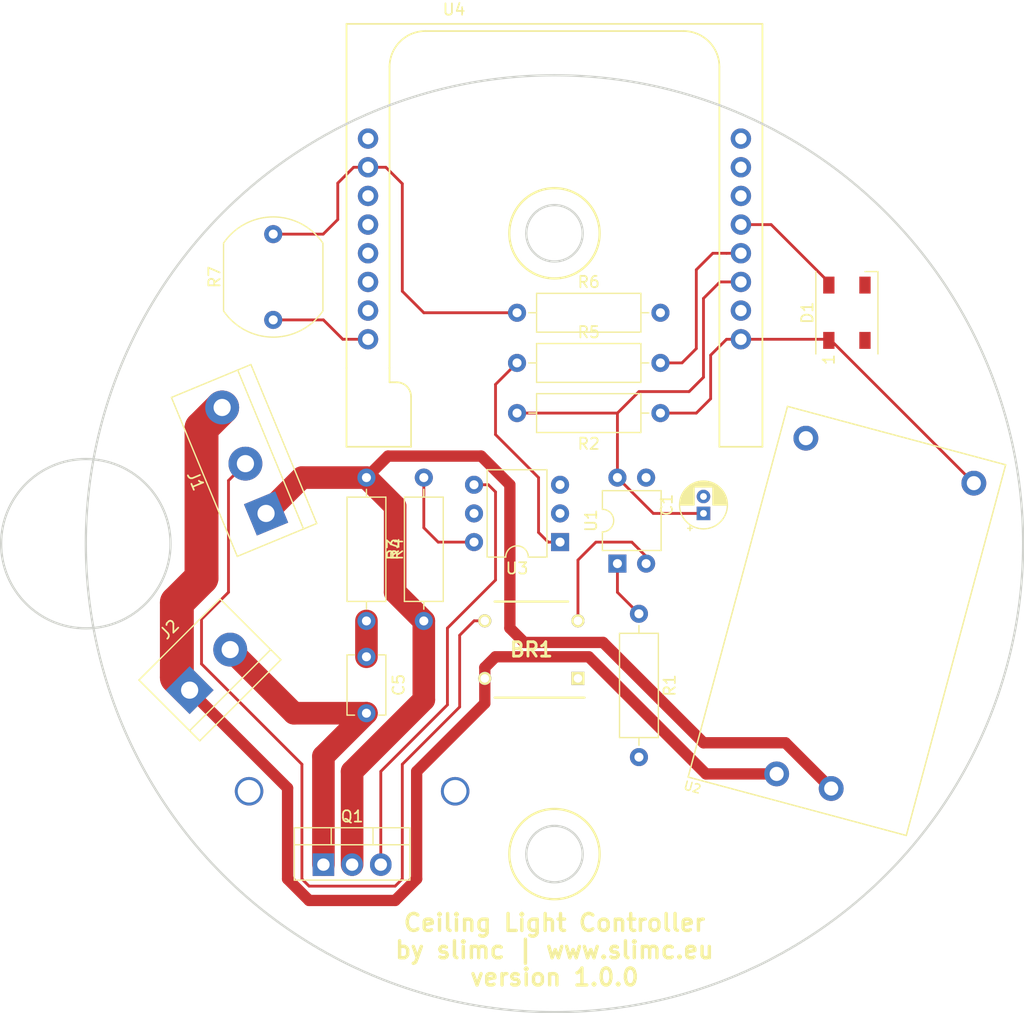
<source format=kicad_pcb>
(kicad_pcb (version 20171130) (host pcbnew 5.0.0+dfsg1-2)

  (general
    (thickness 1.6)
    (drawings 7)
    (tracks 121)
    (zones 0)
    (modules 18)
    (nets 31)
  )

  (page A4)
  (title_block
    (date 2019-05-25)
  )

  (layers
    (0 F.Cu signal)
    (31 B.Cu signal)
    (32 B.Adhes user)
    (33 F.Adhes user)
    (34 B.Paste user)
    (35 F.Paste user)
    (36 B.SilkS user)
    (37 F.SilkS user)
    (38 B.Mask user)
    (39 F.Mask user)
    (40 Dwgs.User user)
    (41 Cmts.User user)
    (42 Eco1.User user)
    (43 Eco2.User user)
    (44 Edge.Cuts user)
    (45 Margin user)
    (46 B.CrtYd user)
    (47 F.CrtYd user)
    (48 B.Fab user)
    (49 F.Fab user)
  )

  (setup
    (last_trace_width 0.25)
    (trace_clearance 0.2)
    (zone_clearance 0.508)
    (zone_45_only no)
    (trace_min 0.2)
    (segment_width 0.2)
    (edge_width 0.2)
    (via_size 0.8)
    (via_drill 0.4)
    (via_min_size 0.4)
    (via_min_drill 0.3)
    (uvia_size 0.3)
    (uvia_drill 0.1)
    (uvias_allowed no)
    (uvia_min_size 0.2)
    (uvia_min_drill 0.1)
    (pcb_text_width 0.3)
    (pcb_text_size 1.5 1.5)
    (mod_edge_width 0.15)
    (mod_text_size 1 1)
    (mod_text_width 0.15)
    (pad_size 3 3)
    (pad_drill 1.52)
    (pad_to_mask_clearance 0)
    (aux_axis_origin 0 0)
    (visible_elements FFFFFF7F)
    (pcbplotparams
      (layerselection 0x010fc_ffffffff)
      (usegerberextensions false)
      (usegerberattributes false)
      (usegerberadvancedattributes false)
      (creategerberjobfile false)
      (excludeedgelayer true)
      (linewidth 0.100000)
      (plotframeref false)
      (viasonmask false)
      (mode 1)
      (useauxorigin false)
      (hpglpennumber 1)
      (hpglpenspeed 20)
      (hpglpendiameter 15.000000)
      (psnegative false)
      (psa4output false)
      (plotreference true)
      (plotvalue true)
      (plotinvisibletext false)
      (padsonsilk false)
      (subtractmaskfromsilk false)
      (outputformat 1)
      (mirror false)
      (drillshape 1)
      (scaleselection 1)
      (outputdirectory ""))
  )

  (net 0 "")
  (net 1 GND)
  (net 2 "Net-(C1-Pad1)")
  (net 3 "Net-(C5-Pad1)")
  (net 4 "Net-(Q1-Pad3)")
  (net 5 "Net-(R1-Pad1)")
  (net 6 "Net-(R3-Pad2)")
  (net 7 "Net-(R5-Pad1)")
  (net 8 "Net-(R5-Pad2)")
  (net 9 "Net-(U3-Pad5)")
  (net 10 "Net-(U3-Pad3)")
  (net 11 "Net-(U4-Pad15)")
  (net 12 "Net-(U4-Pad14)")
  (net 13 "Net-(U4-Pad13)")
  (net 14 "Net-(U4-Pad12)")
  (net 15 "Net-(U4-Pad11)")
  (net 16 "Net-(U4-Pad6)")
  (net 17 "Net-(U4-Pad7)")
  (net 18 "Net-(U4-Pad9)")
  (net 19 "Net-(U4-Pad8)")
  (net 20 "Net-(BR1-Pad1)")
  (net 21 "Net-(BR1-Pad2)")
  (net 22 "Net-(C5-Pad2)")
  (net 23 "Net-(J1-Pad1)")
  (net 24 "Net-(BR1-Pad3)")
  (net 25 "Net-(BR1-Pad4)")
  (net 26 "Net-(D1-Pad1)")
  (net 27 "Net-(D1-Pad4)")
  (net 28 "Net-(R6-Pad1)")
  (net 29 "Net-(D1-Pad2)")
  (net 30 "Net-(R7-Pad1)")

  (net_class Default "This is the default net class."
    (clearance 0.2)
    (trace_width 0.25)
    (via_dia 0.8)
    (via_drill 0.4)
    (uvia_dia 0.3)
    (uvia_drill 0.1)
    (add_net GND)
    (add_net "Net-(BR1-Pad1)")
    (add_net "Net-(BR1-Pad2)")
    (add_net "Net-(BR1-Pad3)")
    (add_net "Net-(BR1-Pad4)")
    (add_net "Net-(C1-Pad1)")
    (add_net "Net-(C5-Pad1)")
    (add_net "Net-(C5-Pad2)")
    (add_net "Net-(D1-Pad1)")
    (add_net "Net-(D1-Pad2)")
    (add_net "Net-(D1-Pad4)")
    (add_net "Net-(J1-Pad1)")
    (add_net "Net-(Q1-Pad3)")
    (add_net "Net-(R1-Pad1)")
    (add_net "Net-(R3-Pad2)")
    (add_net "Net-(R5-Pad1)")
    (add_net "Net-(R5-Pad2)")
    (add_net "Net-(R6-Pad1)")
    (add_net "Net-(R7-Pad1)")
    (add_net "Net-(U3-Pad3)")
    (add_net "Net-(U3-Pad5)")
    (add_net "Net-(U4-Pad11)")
    (add_net "Net-(U4-Pad12)")
    (add_net "Net-(U4-Pad13)")
    (add_net "Net-(U4-Pad14)")
    (add_net "Net-(U4-Pad15)")
    (add_net "Net-(U4-Pad6)")
    (add_net "Net-(U4-Pad7)")
    (add_net "Net-(U4-Pad8)")
    (add_net "Net-(U4-Pad9)")
  )

  (module Package_DIP:DIP-6_W7.62mm (layer F.Cu) (tedit 5A02E8C5) (tstamp 5CE9D740)
    (at 147.32 98.425 180)
    (descr "6-lead though-hole mounted DIP package, row spacing 7.62 mm (300 mils)")
    (tags "THT DIP DIL PDIP 2.54mm 7.62mm 300mil")
    (path /5CD39FB5)
    (fp_text reference U3 (at 3.81 -2.33 180) (layer F.SilkS)
      (effects (font (size 1 1) (thickness 0.15)))
    )
    (fp_text value MOC3021M (at 3.81 7.41 180) (layer F.Fab)
      (effects (font (size 1 1) (thickness 0.15)))
    )
    (fp_text user %R (at 3.81 2.54 180) (layer F.Fab)
      (effects (font (size 1 1) (thickness 0.15)))
    )
    (fp_line (start 8.7 -1.55) (end -1.1 -1.55) (layer F.CrtYd) (width 0.05))
    (fp_line (start 8.7 6.6) (end 8.7 -1.55) (layer F.CrtYd) (width 0.05))
    (fp_line (start -1.1 6.6) (end 8.7 6.6) (layer F.CrtYd) (width 0.05))
    (fp_line (start -1.1 -1.55) (end -1.1 6.6) (layer F.CrtYd) (width 0.05))
    (fp_line (start 6.46 -1.33) (end 4.81 -1.33) (layer F.SilkS) (width 0.12))
    (fp_line (start 6.46 6.41) (end 6.46 -1.33) (layer F.SilkS) (width 0.12))
    (fp_line (start 1.16 6.41) (end 6.46 6.41) (layer F.SilkS) (width 0.12))
    (fp_line (start 1.16 -1.33) (end 1.16 6.41) (layer F.SilkS) (width 0.12))
    (fp_line (start 2.81 -1.33) (end 1.16 -1.33) (layer F.SilkS) (width 0.12))
    (fp_line (start 0.635 -0.27) (end 1.635 -1.27) (layer F.Fab) (width 0.1))
    (fp_line (start 0.635 6.35) (end 0.635 -0.27) (layer F.Fab) (width 0.1))
    (fp_line (start 6.985 6.35) (end 0.635 6.35) (layer F.Fab) (width 0.1))
    (fp_line (start 6.985 -1.27) (end 6.985 6.35) (layer F.Fab) (width 0.1))
    (fp_line (start 1.635 -1.27) (end 6.985 -1.27) (layer F.Fab) (width 0.1))
    (fp_arc (start 3.81 -1.33) (end 2.81 -1.33) (angle -180) (layer F.SilkS) (width 0.12))
    (pad 6 thru_hole oval (at 7.62 0 180) (size 1.6 1.6) (drill 0.8) (layers *.Cu *.Mask)
      (net 6 "Net-(R3-Pad2)"))
    (pad 3 thru_hole oval (at 0 5.08 180) (size 1.6 1.6) (drill 0.8) (layers *.Cu *.Mask)
      (net 10 "Net-(U3-Pad3)"))
    (pad 5 thru_hole oval (at 7.62 2.54 180) (size 1.6 1.6) (drill 0.8) (layers *.Cu *.Mask)
      (net 9 "Net-(U3-Pad5)"))
    (pad 2 thru_hole oval (at 0 2.54 180) (size 1.6 1.6) (drill 0.8) (layers *.Cu *.Mask)
      (net 1 GND))
    (pad 4 thru_hole oval (at 7.62 5.08 180) (size 1.6 1.6) (drill 0.8) (layers *.Cu *.Mask)
      (net 4 "Net-(Q1-Pad3)"))
    (pad 1 thru_hole rect (at 0 0 180) (size 1.6 1.6) (drill 0.8) (layers *.Cu *.Mask)
      (net 7 "Net-(R5-Pad1)"))
    (model ${KISYS3DMOD}/Package_DIP.3dshapes/DIP-6_W7.62mm.wrl
      (at (xyz 0 0 0))
      (scale (xyz 1 1 1))
      (rotate (xyz 0 0 0))
    )
  )

  (module DB107-BP:DIP825W56P510L828H330Q4N locked (layer F.Cu) (tedit 5CE970C5) (tstamp 5D0D9114)
    (at 144.78 107.95 180)
    (descr DB-1)
    (tags "Bridge Rectifier")
    (path /5CE9FEBA)
    (fp_text reference BR1 (at 0 0 180) (layer F.SilkS)
      (effects (font (size 1.27 1.27) (thickness 0.254)))
    )
    (fp_text value DB107-BP (at 0 0 180) (layer F.SilkS) hide
      (effects (font (size 1.27 1.27) (thickness 0.254)))
    )
    (fp_line (start -5.28 -4.505) (end 5.28 -4.505) (layer Dwgs.User) (width 0.05))
    (fp_line (start 5.28 -4.505) (end 5.28 4.505) (layer Dwgs.User) (width 0.05))
    (fp_line (start 5.28 4.505) (end -5.28 4.505) (layer Dwgs.User) (width 0.05))
    (fp_line (start -5.28 4.505) (end -5.28 -4.505) (layer Dwgs.User) (width 0.05))
    (fp_line (start -3.25 -4.255) (end 3.25 -4.255) (layer Dwgs.User) (width 0.1))
    (fp_line (start 3.25 -4.255) (end 3.25 4.255) (layer Dwgs.User) (width 0.1))
    (fp_line (start 3.25 4.255) (end -3.25 4.255) (layer Dwgs.User) (width 0.1))
    (fp_line (start -3.25 4.255) (end -3.25 -4.255) (layer Dwgs.User) (width 0.1))
    (fp_line (start -3.25 -1.705) (end -0.7 -4.255) (layer Dwgs.User) (width 0.1))
    (fp_line (start -4.705 -4.255) (end 3.25 -4.255) (layer F.SilkS) (width 0.2))
    (fp_line (start -3.25 4.255) (end 3.25 4.255) (layer F.SilkS) (width 0.2))
    (pad 1 thru_hole rect (at -4.125 -2.55 270) (size 1.16 1.16) (drill 0.76) (layers *.Cu *.Mask F.SilkS)
      (net 20 "Net-(BR1-Pad1)"))
    (pad 2 thru_hole circle (at -4.125 2.55 270) (size 1.16 1.16) (drill 0.76) (layers *.Cu *.Mask F.SilkS)
      (net 21 "Net-(BR1-Pad2)"))
    (pad 3 thru_hole circle (at 4.125 2.55 270) (size 1.16 1.16) (drill 0.76) (layers *.Cu *.Mask F.SilkS)
      (net 24 "Net-(BR1-Pad3)"))
    (pad 4 thru_hole circle (at 4.125 -2.55 270) (size 1.16 1.16) (drill 0.76) (layers *.Cu *.Mask F.SilkS)
      (net 25 "Net-(BR1-Pad4)"))
  )

  (module LED_SMD:LED_WS2812B_PLCC4_5.0x5.0mm_P3.2mm (layer F.Cu) (tedit 5AA4B285) (tstamp 5D0D6C55)
    (at 172.72 78.105 90)
    (descr https://cdn-shop.adafruit.com/datasheets/WS2812B.pdf)
    (tags "LED RGB NeoPixel")
    (path /5CE9D0F3)
    (attr smd)
    (fp_text reference D1 (at 0 -3.5 90) (layer F.SilkS)
      (effects (font (size 1 1) (thickness 0.15)))
    )
    (fp_text value WS2812B (at 0 4 90) (layer F.Fab)
      (effects (font (size 1 1) (thickness 0.15)))
    )
    (fp_text user 1 (at -4.15 -1.6 90) (layer F.SilkS)
      (effects (font (size 1 1) (thickness 0.15)))
    )
    (fp_text user %R (at 0 0 90) (layer F.Fab)
      (effects (font (size 0.8 0.8) (thickness 0.15)))
    )
    (fp_line (start 3.45 -2.75) (end -3.45 -2.75) (layer F.CrtYd) (width 0.05))
    (fp_line (start 3.45 2.75) (end 3.45 -2.75) (layer F.CrtYd) (width 0.05))
    (fp_line (start -3.45 2.75) (end 3.45 2.75) (layer F.CrtYd) (width 0.05))
    (fp_line (start -3.45 -2.75) (end -3.45 2.75) (layer F.CrtYd) (width 0.05))
    (fp_line (start 2.5 1.5) (end 1.5 2.5) (layer F.Fab) (width 0.1))
    (fp_line (start -2.5 -2.5) (end -2.5 2.5) (layer F.Fab) (width 0.1))
    (fp_line (start -2.5 2.5) (end 2.5 2.5) (layer F.Fab) (width 0.1))
    (fp_line (start 2.5 2.5) (end 2.5 -2.5) (layer F.Fab) (width 0.1))
    (fp_line (start 2.5 -2.5) (end -2.5 -2.5) (layer F.Fab) (width 0.1))
    (fp_line (start -3.65 -2.75) (end 3.65 -2.75) (layer F.SilkS) (width 0.12))
    (fp_line (start -3.65 2.75) (end 3.65 2.75) (layer F.SilkS) (width 0.12))
    (fp_line (start 3.65 2.75) (end 3.65 1.6) (layer F.SilkS) (width 0.12))
    (fp_circle (center 0 0) (end 0 -2) (layer F.Fab) (width 0.1))
    (pad 3 smd rect (at 2.45 1.6 90) (size 1.5 1) (layers F.Cu F.Paste F.Mask)
      (net 1 GND))
    (pad 4 smd rect (at 2.45 -1.6 90) (size 1.5 1) (layers F.Cu F.Paste F.Mask)
      (net 27 "Net-(D1-Pad4)"))
    (pad 2 smd rect (at -2.45 1.6 90) (size 1.5 1) (layers F.Cu F.Paste F.Mask)
      (net 29 "Net-(D1-Pad2)"))
    (pad 1 smd rect (at -2.45 -1.6 90) (size 1.5 1) (layers F.Cu F.Paste F.Mask)
      (net 26 "Net-(D1-Pad1)"))
    (model ${KISYS3DMOD}/LED_SMD.3dshapes/LED_WS2812B_PLCC4_5.0x5.0mm_P3.2mm.wrl
      (at (xyz 0 0 0))
      (scale (xyz 1 1 1))
      (rotate (xyz 0 0 0))
    )
  )

  (module OptoDevice:R_LDR_10x8.5mm_P7.6mm_Vertical (layer F.Cu) (tedit 5A6C6585) (tstamp 5D0D6C3E)
    (at 121.92 78.74 90)
    (descr "Resistor, LDR 10x8.5mm")
    (tags "Resistor LDR10.8.5mm")
    (path /5CEB527C)
    (fp_text reference R7 (at 3.8 -5.2 90) (layer F.SilkS)
      (effects (font (size 1 1) (thickness 0.15)))
    )
    (fp_text value LDR03 (at 3.7 5.2 90) (layer F.Fab)
      (effects (font (size 1 1) (thickness 0.15)))
    )
    (fp_text user %R (at 3.8 0 90) (layer F.Fab)
      (effects (font (size 1 1) (thickness 0.15)))
    )
    (fp_line (start 0.8 4.4) (end 6.8 4.4) (layer F.SilkS) (width 0.12))
    (fp_line (start 0.8 -4.4) (end 6.8 -4.4) (layer F.SilkS) (width 0.12))
    (fp_line (start 2.9 -1.8) (end 4.7 -1.8) (layer F.Fab) (width 0.1))
    (fp_line (start 4.7 -1.8) (end 4.7 -1.2) (layer F.Fab) (width 0.1))
    (fp_line (start 4.7 -1.2) (end 2.9 -1.2) (layer F.Fab) (width 0.1))
    (fp_line (start 2.9 -1.2) (end 2.9 -0.6) (layer F.Fab) (width 0.1))
    (fp_line (start 2.9 -0.6) (end 4.7 -0.6) (layer F.Fab) (width 0.1))
    (fp_line (start 4.7 -0.6) (end 4.7 0) (layer F.Fab) (width 0.1))
    (fp_line (start 4.7 0) (end 2.9 0) (layer F.Fab) (width 0.1))
    (fp_line (start 2.9 0) (end 2.9 0.6) (layer F.Fab) (width 0.1))
    (fp_line (start 2.9 0.6) (end 4.7 0.6) (layer F.Fab) (width 0.1))
    (fp_line (start 4.7 0.6) (end 4.7 1.2) (layer F.Fab) (width 0.1))
    (fp_line (start 4.7 1.2) (end 2.9 1.2) (layer F.Fab) (width 0.1))
    (fp_line (start 2.9 1.2) (end 2.9 1.8) (layer F.Fab) (width 0.1))
    (fp_line (start 2.9 1.8) (end 4.7 1.8) (layer F.Fab) (width 0.1))
    (fp_line (start 6.8 4.25) (end 0.8 4.25) (layer F.Fab) (width 0.1))
    (fp_line (start 0.8 -4.25) (end 6.8 -4.25) (layer F.Fab) (width 0.1))
    (fp_line (start -1.65 -4.5) (end 9.25 -4.5) (layer F.CrtYd) (width 0.05))
    (fp_line (start -1.65 -4.5) (end -1.65 4.5) (layer F.CrtYd) (width 0.05))
    (fp_line (start 9.25 4.5) (end 9.25 -4.5) (layer F.CrtYd) (width 0.05))
    (fp_line (start 9.25 4.5) (end -1.65 4.5) (layer F.CrtYd) (width 0.05))
    (fp_arc (start 3.8 0) (end 0.8 4.4) (angle 111) (layer F.SilkS) (width 0.12))
    (fp_arc (start 3.8 0) (end 6.8 -4.4) (angle 111) (layer F.SilkS) (width 0.12))
    (fp_arc (start 3.8 0) (end 6.8 -4.25) (angle 109) (layer F.Fab) (width 0.1))
    (fp_arc (start 3.8 0) (end 0.8 4.25) (angle 109) (layer F.Fab) (width 0.1))
    (pad 1 thru_hole circle (at 0 0 90) (size 1.6 1.6) (drill 0.8) (layers *.Cu *.Mask)
      (net 30 "Net-(R7-Pad1)"))
    (pad 2 thru_hole circle (at 7.6 0 90) (size 1.6 1.6) (drill 0.8) (layers *.Cu *.Mask)
      (net 28 "Net-(R6-Pad1)"))
    (model ${KISYS3DMOD}/OptoDevice.3dshapes/R_LDR_10x8.5mm_P7.6mm_Vertical.wrl
      (at (xyz 0 0 0))
      (scale (xyz 1 1 1))
      (rotate (xyz 0 0 0))
    )
  )

  (module Resistor_THT:R_Axial_DIN0309_L9.0mm_D3.2mm_P12.70mm_Horizontal (layer F.Cu) (tedit 5AE5139B) (tstamp 5D0D6B7C)
    (at 143.51 78.105)
    (descr "Resistor, Axial_DIN0309 series, Axial, Horizontal, pin pitch=12.7mm, 0.5W = 1/2W, length*diameter=9*3.2mm^2, http://cdn-reichelt.de/documents/datenblatt/B400/1_4W%23YAG.pdf")
    (tags "Resistor Axial_DIN0309 series Axial Horizontal pin pitch 12.7mm 0.5W = 1/2W length 9mm diameter 3.2mm")
    (path /5CEA8896)
    (fp_text reference R6 (at 6.35 -2.72) (layer F.SilkS)
      (effects (font (size 1 1) (thickness 0.15)))
    )
    (fp_text value 10000 (at 6.35 2.72) (layer F.Fab)
      (effects (font (size 1 1) (thickness 0.15)))
    )
    (fp_line (start 1.85 -1.6) (end 1.85 1.6) (layer F.Fab) (width 0.1))
    (fp_line (start 1.85 1.6) (end 10.85 1.6) (layer F.Fab) (width 0.1))
    (fp_line (start 10.85 1.6) (end 10.85 -1.6) (layer F.Fab) (width 0.1))
    (fp_line (start 10.85 -1.6) (end 1.85 -1.6) (layer F.Fab) (width 0.1))
    (fp_line (start 0 0) (end 1.85 0) (layer F.Fab) (width 0.1))
    (fp_line (start 12.7 0) (end 10.85 0) (layer F.Fab) (width 0.1))
    (fp_line (start 1.73 -1.72) (end 1.73 1.72) (layer F.SilkS) (width 0.12))
    (fp_line (start 1.73 1.72) (end 10.97 1.72) (layer F.SilkS) (width 0.12))
    (fp_line (start 10.97 1.72) (end 10.97 -1.72) (layer F.SilkS) (width 0.12))
    (fp_line (start 10.97 -1.72) (end 1.73 -1.72) (layer F.SilkS) (width 0.12))
    (fp_line (start 1.04 0) (end 1.73 0) (layer F.SilkS) (width 0.12))
    (fp_line (start 11.66 0) (end 10.97 0) (layer F.SilkS) (width 0.12))
    (fp_line (start -1.05 -1.85) (end -1.05 1.85) (layer F.CrtYd) (width 0.05))
    (fp_line (start -1.05 1.85) (end 13.75 1.85) (layer F.CrtYd) (width 0.05))
    (fp_line (start 13.75 1.85) (end 13.75 -1.85) (layer F.CrtYd) (width 0.05))
    (fp_line (start 13.75 -1.85) (end -1.05 -1.85) (layer F.CrtYd) (width 0.05))
    (fp_text user %R (at 6.35 0) (layer F.Fab)
      (effects (font (size 1 1) (thickness 0.15)))
    )
    (pad 1 thru_hole circle (at 0 0) (size 1.6 1.6) (drill 0.8) (layers *.Cu *.Mask)
      (net 28 "Net-(R6-Pad1)"))
    (pad 2 thru_hole oval (at 12.7 0) (size 1.6 1.6) (drill 0.8) (layers *.Cu *.Mask)
      (net 1 GND))
    (model ${KISYS3DMOD}/Resistor_THT.3dshapes/R_Axial_DIN0309_L9.0mm_D3.2mm_P12.70mm_Horizontal.wrl
      (at (xyz 0 0 0))
      (scale (xyz 1 1 1))
      (rotate (xyz 0 0 0))
    )
  )

  (module slimc:TO-220-3_Vertical_Triode_Heatsink locked (layer F.Cu) (tedit 5CE9CC8B) (tstamp 5D0D5B90)
    (at 126.365 127)
    (descr "TO-220-3, Vertical, RM 2.54mm, see https://www.vishay.com/docs/66542/to-220-1.pdf")
    (tags "TO-220-3 Vertical RM 2.54mm")
    (path /5CD37C89)
    (fp_text reference Q1 (at 2.54 -4.27) (layer F.SilkS)
      (effects (font (size 1 1) (thickness 0.15)))
    )
    (fp_text value BT136-500 (at 2.54 2.5) (layer F.Fab)
      (effects (font (size 1 1) (thickness 0.15)))
    )
    (fp_line (start -2.46 -3.15) (end -2.46 1.25) (layer F.Fab) (width 0.1))
    (fp_line (start -2.46 1.25) (end 7.54 1.25) (layer F.Fab) (width 0.1))
    (fp_line (start 7.54 1.25) (end 7.54 -3.15) (layer F.Fab) (width 0.1))
    (fp_line (start 7.54 -3.15) (end -2.46 -3.15) (layer F.Fab) (width 0.1))
    (fp_line (start -2.46 -1.88) (end 7.54 -1.88) (layer F.Fab) (width 0.1))
    (fp_line (start 0.69 -3.15) (end 0.69 -1.88) (layer F.Fab) (width 0.1))
    (fp_line (start 4.39 -3.15) (end 4.39 -1.88) (layer F.Fab) (width 0.1))
    (fp_line (start -2.58 -3.27) (end 7.66 -3.27) (layer F.SilkS) (width 0.12))
    (fp_line (start -2.58 1.371) (end 7.66 1.371) (layer F.SilkS) (width 0.12))
    (fp_line (start -2.58 -3.27) (end -2.58 1.371) (layer F.SilkS) (width 0.12))
    (fp_line (start 7.66 -3.27) (end 7.66 1.371) (layer F.SilkS) (width 0.12))
    (fp_line (start -2.58 -1.76) (end 7.66 -1.76) (layer F.SilkS) (width 0.12))
    (fp_line (start 0.69 -3.27) (end 0.69 -1.76) (layer F.SilkS) (width 0.12))
    (fp_line (start 4.391 -3.27) (end 4.391 -1.76) (layer F.SilkS) (width 0.12))
    (fp_line (start -2.71 -3.4) (end -2.71 1.51) (layer F.CrtYd) (width 0.05))
    (fp_line (start -2.71 1.51) (end 7.79 1.51) (layer F.CrtYd) (width 0.05))
    (fp_line (start 7.79 1.51) (end 7.79 -3.4) (layer F.CrtYd) (width 0.05))
    (fp_line (start 7.79 -3.4) (end -2.71 -3.4) (layer F.CrtYd) (width 0.05))
    (fp_text user %R (at 2.54 -4.27) (layer F.Fab)
      (effects (font (size 1 1) (thickness 0.15)))
    )
    (pad 1 thru_hole rect (at 0 0) (size 1.905 2) (drill 1.1) (layers *.Cu *.Mask)
      (net 22 "Net-(C5-Pad2)"))
    (pad 2 thru_hole oval (at 2.54 0) (size 1.905 2) (drill 1.1) (layers *.Cu *.Mask)
      (net 23 "Net-(J1-Pad1)"))
    (pad 3 thru_hole oval (at 5.08 0) (size 1.905 2) (drill 1.1) (layers *.Cu *.Mask)
      (net 4 "Net-(Q1-Pad3)"))
    (pad 4 thru_hole circle (at -6.585 -6.5) (size 2.524 2.524) (drill 2) (layers *.Cu *.Mask))
    (pad 5 thru_hole circle (at 11.665 -6.5) (size 2.524 2.524) (drill 2) (layers *.Cu *.Mask))
    (model ${KISYS3DMOD}/Package_TO_SOT_THT.3dshapes/TO-220-3_Vertical.wrl
      (at (xyz 0 0 0))
      (scale (xyz 1 1 1))
      (rotate (xyz 0 0 0))
    )
  )

  (module Capacitor_THT:CP_Radial_D4.0mm_P1.50mm (layer F.Cu) (tedit 5AE50EF0) (tstamp 5D0D60BD)
    (at 160.02 95.885 90)
    (descr "CP, Radial series, Radial, pin pitch=1.50mm, , diameter=4mm, Electrolytic Capacitor")
    (tags "CP Radial series Radial pin pitch 1.50mm  diameter 4mm Electrolytic Capacitor")
    (path /5CD3CE67)
    (fp_text reference C1 (at 0.75 -3.25 90) (layer F.SilkS)
      (effects (font (size 1 1) (thickness 0.15)))
    )
    (fp_text value 1µf (at 0.75 3.25 90) (layer F.Fab)
      (effects (font (size 1 1) (thickness 0.15)))
    )
    (fp_circle (center 0.75 0) (end 2.75 0) (layer F.Fab) (width 0.1))
    (fp_circle (center 0.75 0) (end 2.87 0) (layer F.SilkS) (width 0.12))
    (fp_circle (center 0.75 0) (end 3 0) (layer F.CrtYd) (width 0.05))
    (fp_line (start -0.952554 -0.8675) (end -0.552554 -0.8675) (layer F.Fab) (width 0.1))
    (fp_line (start -0.752554 -1.0675) (end -0.752554 -0.6675) (layer F.Fab) (width 0.1))
    (fp_line (start 0.75 0.84) (end 0.75 2.08) (layer F.SilkS) (width 0.12))
    (fp_line (start 0.75 -2.08) (end 0.75 -0.84) (layer F.SilkS) (width 0.12))
    (fp_line (start 0.79 0.84) (end 0.79 2.08) (layer F.SilkS) (width 0.12))
    (fp_line (start 0.79 -2.08) (end 0.79 -0.84) (layer F.SilkS) (width 0.12))
    (fp_line (start 0.83 0.84) (end 0.83 2.079) (layer F.SilkS) (width 0.12))
    (fp_line (start 0.83 -2.079) (end 0.83 -0.84) (layer F.SilkS) (width 0.12))
    (fp_line (start 0.87 -2.077) (end 0.87 -0.84) (layer F.SilkS) (width 0.12))
    (fp_line (start 0.87 0.84) (end 0.87 2.077) (layer F.SilkS) (width 0.12))
    (fp_line (start 0.91 -2.074) (end 0.91 -0.84) (layer F.SilkS) (width 0.12))
    (fp_line (start 0.91 0.84) (end 0.91 2.074) (layer F.SilkS) (width 0.12))
    (fp_line (start 0.95 -2.071) (end 0.95 -0.84) (layer F.SilkS) (width 0.12))
    (fp_line (start 0.95 0.84) (end 0.95 2.071) (layer F.SilkS) (width 0.12))
    (fp_line (start 0.99 -2.067) (end 0.99 -0.84) (layer F.SilkS) (width 0.12))
    (fp_line (start 0.99 0.84) (end 0.99 2.067) (layer F.SilkS) (width 0.12))
    (fp_line (start 1.03 -2.062) (end 1.03 -0.84) (layer F.SilkS) (width 0.12))
    (fp_line (start 1.03 0.84) (end 1.03 2.062) (layer F.SilkS) (width 0.12))
    (fp_line (start 1.07 -2.056) (end 1.07 -0.84) (layer F.SilkS) (width 0.12))
    (fp_line (start 1.07 0.84) (end 1.07 2.056) (layer F.SilkS) (width 0.12))
    (fp_line (start 1.11 -2.05) (end 1.11 -0.84) (layer F.SilkS) (width 0.12))
    (fp_line (start 1.11 0.84) (end 1.11 2.05) (layer F.SilkS) (width 0.12))
    (fp_line (start 1.15 -2.042) (end 1.15 -0.84) (layer F.SilkS) (width 0.12))
    (fp_line (start 1.15 0.84) (end 1.15 2.042) (layer F.SilkS) (width 0.12))
    (fp_line (start 1.19 -2.034) (end 1.19 -0.84) (layer F.SilkS) (width 0.12))
    (fp_line (start 1.19 0.84) (end 1.19 2.034) (layer F.SilkS) (width 0.12))
    (fp_line (start 1.23 -2.025) (end 1.23 -0.84) (layer F.SilkS) (width 0.12))
    (fp_line (start 1.23 0.84) (end 1.23 2.025) (layer F.SilkS) (width 0.12))
    (fp_line (start 1.27 -2.016) (end 1.27 -0.84) (layer F.SilkS) (width 0.12))
    (fp_line (start 1.27 0.84) (end 1.27 2.016) (layer F.SilkS) (width 0.12))
    (fp_line (start 1.31 -2.005) (end 1.31 -0.84) (layer F.SilkS) (width 0.12))
    (fp_line (start 1.31 0.84) (end 1.31 2.005) (layer F.SilkS) (width 0.12))
    (fp_line (start 1.35 -1.994) (end 1.35 -0.84) (layer F.SilkS) (width 0.12))
    (fp_line (start 1.35 0.84) (end 1.35 1.994) (layer F.SilkS) (width 0.12))
    (fp_line (start 1.39 -1.982) (end 1.39 -0.84) (layer F.SilkS) (width 0.12))
    (fp_line (start 1.39 0.84) (end 1.39 1.982) (layer F.SilkS) (width 0.12))
    (fp_line (start 1.43 -1.968) (end 1.43 -0.84) (layer F.SilkS) (width 0.12))
    (fp_line (start 1.43 0.84) (end 1.43 1.968) (layer F.SilkS) (width 0.12))
    (fp_line (start 1.471 -1.954) (end 1.471 -0.84) (layer F.SilkS) (width 0.12))
    (fp_line (start 1.471 0.84) (end 1.471 1.954) (layer F.SilkS) (width 0.12))
    (fp_line (start 1.511 -1.94) (end 1.511 -0.84) (layer F.SilkS) (width 0.12))
    (fp_line (start 1.511 0.84) (end 1.511 1.94) (layer F.SilkS) (width 0.12))
    (fp_line (start 1.551 -1.924) (end 1.551 -0.84) (layer F.SilkS) (width 0.12))
    (fp_line (start 1.551 0.84) (end 1.551 1.924) (layer F.SilkS) (width 0.12))
    (fp_line (start 1.591 -1.907) (end 1.591 -0.84) (layer F.SilkS) (width 0.12))
    (fp_line (start 1.591 0.84) (end 1.591 1.907) (layer F.SilkS) (width 0.12))
    (fp_line (start 1.631 -1.889) (end 1.631 -0.84) (layer F.SilkS) (width 0.12))
    (fp_line (start 1.631 0.84) (end 1.631 1.889) (layer F.SilkS) (width 0.12))
    (fp_line (start 1.671 -1.87) (end 1.671 -0.84) (layer F.SilkS) (width 0.12))
    (fp_line (start 1.671 0.84) (end 1.671 1.87) (layer F.SilkS) (width 0.12))
    (fp_line (start 1.711 -1.851) (end 1.711 -0.84) (layer F.SilkS) (width 0.12))
    (fp_line (start 1.711 0.84) (end 1.711 1.851) (layer F.SilkS) (width 0.12))
    (fp_line (start 1.751 -1.83) (end 1.751 -0.84) (layer F.SilkS) (width 0.12))
    (fp_line (start 1.751 0.84) (end 1.751 1.83) (layer F.SilkS) (width 0.12))
    (fp_line (start 1.791 -1.808) (end 1.791 -0.84) (layer F.SilkS) (width 0.12))
    (fp_line (start 1.791 0.84) (end 1.791 1.808) (layer F.SilkS) (width 0.12))
    (fp_line (start 1.831 -1.785) (end 1.831 -0.84) (layer F.SilkS) (width 0.12))
    (fp_line (start 1.831 0.84) (end 1.831 1.785) (layer F.SilkS) (width 0.12))
    (fp_line (start 1.871 -1.76) (end 1.871 -0.84) (layer F.SilkS) (width 0.12))
    (fp_line (start 1.871 0.84) (end 1.871 1.76) (layer F.SilkS) (width 0.12))
    (fp_line (start 1.911 -1.735) (end 1.911 -0.84) (layer F.SilkS) (width 0.12))
    (fp_line (start 1.911 0.84) (end 1.911 1.735) (layer F.SilkS) (width 0.12))
    (fp_line (start 1.951 -1.708) (end 1.951 -0.84) (layer F.SilkS) (width 0.12))
    (fp_line (start 1.951 0.84) (end 1.951 1.708) (layer F.SilkS) (width 0.12))
    (fp_line (start 1.991 -1.68) (end 1.991 -0.84) (layer F.SilkS) (width 0.12))
    (fp_line (start 1.991 0.84) (end 1.991 1.68) (layer F.SilkS) (width 0.12))
    (fp_line (start 2.031 -1.65) (end 2.031 -0.84) (layer F.SilkS) (width 0.12))
    (fp_line (start 2.031 0.84) (end 2.031 1.65) (layer F.SilkS) (width 0.12))
    (fp_line (start 2.071 -1.619) (end 2.071 -0.84) (layer F.SilkS) (width 0.12))
    (fp_line (start 2.071 0.84) (end 2.071 1.619) (layer F.SilkS) (width 0.12))
    (fp_line (start 2.111 -1.587) (end 2.111 -0.84) (layer F.SilkS) (width 0.12))
    (fp_line (start 2.111 0.84) (end 2.111 1.587) (layer F.SilkS) (width 0.12))
    (fp_line (start 2.151 -1.552) (end 2.151 -0.84) (layer F.SilkS) (width 0.12))
    (fp_line (start 2.151 0.84) (end 2.151 1.552) (layer F.SilkS) (width 0.12))
    (fp_line (start 2.191 -1.516) (end 2.191 -0.84) (layer F.SilkS) (width 0.12))
    (fp_line (start 2.191 0.84) (end 2.191 1.516) (layer F.SilkS) (width 0.12))
    (fp_line (start 2.231 -1.478) (end 2.231 -0.84) (layer F.SilkS) (width 0.12))
    (fp_line (start 2.231 0.84) (end 2.231 1.478) (layer F.SilkS) (width 0.12))
    (fp_line (start 2.271 -1.438) (end 2.271 -0.84) (layer F.SilkS) (width 0.12))
    (fp_line (start 2.271 0.84) (end 2.271 1.438) (layer F.SilkS) (width 0.12))
    (fp_line (start 2.311 -1.396) (end 2.311 -0.84) (layer F.SilkS) (width 0.12))
    (fp_line (start 2.311 0.84) (end 2.311 1.396) (layer F.SilkS) (width 0.12))
    (fp_line (start 2.351 -1.351) (end 2.351 1.351) (layer F.SilkS) (width 0.12))
    (fp_line (start 2.391 -1.304) (end 2.391 1.304) (layer F.SilkS) (width 0.12))
    (fp_line (start 2.431 -1.254) (end 2.431 1.254) (layer F.SilkS) (width 0.12))
    (fp_line (start 2.471 -1.2) (end 2.471 1.2) (layer F.SilkS) (width 0.12))
    (fp_line (start 2.511 -1.142) (end 2.511 1.142) (layer F.SilkS) (width 0.12))
    (fp_line (start 2.551 -1.08) (end 2.551 1.08) (layer F.SilkS) (width 0.12))
    (fp_line (start 2.591 -1.013) (end 2.591 1.013) (layer F.SilkS) (width 0.12))
    (fp_line (start 2.631 -0.94) (end 2.631 0.94) (layer F.SilkS) (width 0.12))
    (fp_line (start 2.671 -0.859) (end 2.671 0.859) (layer F.SilkS) (width 0.12))
    (fp_line (start 2.711 -0.768) (end 2.711 0.768) (layer F.SilkS) (width 0.12))
    (fp_line (start 2.751 -0.664) (end 2.751 0.664) (layer F.SilkS) (width 0.12))
    (fp_line (start 2.791 -0.537) (end 2.791 0.537) (layer F.SilkS) (width 0.12))
    (fp_line (start 2.831 -0.37) (end 2.831 0.37) (layer F.SilkS) (width 0.12))
    (fp_line (start -1.519801 -1.195) (end -1.119801 -1.195) (layer F.SilkS) (width 0.12))
    (fp_line (start -1.319801 -1.395) (end -1.319801 -0.995) (layer F.SilkS) (width 0.12))
    (fp_text user %R (at 0.75 0 90) (layer F.Fab)
      (effects (font (size 0.8 0.8) (thickness 0.12)))
    )
    (pad 1 thru_hole rect (at 0 0 90) (size 1.2 1.2) (drill 0.6) (layers *.Cu *.Mask)
      (net 2 "Net-(C1-Pad1)"))
    (pad 2 thru_hole circle (at 1.5 0 90) (size 1.2 1.2) (drill 0.6) (layers *.Cu *.Mask)
      (net 1 GND))
    (model ${KISYS3DMOD}/Capacitor_THT.3dshapes/CP_Radial_D4.0mm_P1.50mm.wrl
      (at (xyz 0 0 0))
      (scale (xyz 1 1 1))
      (rotate (xyz 0 0 0))
    )
  )

  (module Capacitor_THT:C_Disc_D5.1mm_W3.2mm_P5.00mm (layer F.Cu) (tedit 5AE50EF0) (tstamp 5CE9D6FC)
    (at 130.175 108.585 270)
    (descr "C, Disc series, Radial, pin pitch=5.00mm, , diameter*width=5.1*3.2mm^2, Capacitor, http://www.vishay.com/docs/45233/krseries.pdf")
    (tags "C Disc series Radial pin pitch 5.00mm  diameter 5.1mm width 3.2mm Capacitor")
    (path /5CD37ECE)
    (fp_text reference C5 (at 2.5 -2.85 270) (layer F.SilkS)
      (effects (font (size 1 1) (thickness 0.15)))
    )
    (fp_text value 100nf (at 2.5 2.85 270) (layer F.Fab)
      (effects (font (size 1 1) (thickness 0.15)))
    )
    (fp_line (start -0.05 -1.6) (end -0.05 1.6) (layer F.Fab) (width 0.1))
    (fp_line (start -0.05 1.6) (end 5.05 1.6) (layer F.Fab) (width 0.1))
    (fp_line (start 5.05 1.6) (end 5.05 -1.6) (layer F.Fab) (width 0.1))
    (fp_line (start 5.05 -1.6) (end -0.05 -1.6) (layer F.Fab) (width 0.1))
    (fp_line (start -0.17 -1.721) (end 5.17 -1.721) (layer F.SilkS) (width 0.12))
    (fp_line (start -0.17 1.721) (end 5.17 1.721) (layer F.SilkS) (width 0.12))
    (fp_line (start -0.17 -1.721) (end -0.17 -1.055) (layer F.SilkS) (width 0.12))
    (fp_line (start -0.17 1.055) (end -0.17 1.721) (layer F.SilkS) (width 0.12))
    (fp_line (start 5.17 -1.721) (end 5.17 -1.055) (layer F.SilkS) (width 0.12))
    (fp_line (start 5.17 1.055) (end 5.17 1.721) (layer F.SilkS) (width 0.12))
    (fp_line (start -1.05 -1.85) (end -1.05 1.85) (layer F.CrtYd) (width 0.05))
    (fp_line (start -1.05 1.85) (end 6.05 1.85) (layer F.CrtYd) (width 0.05))
    (fp_line (start 6.05 1.85) (end 6.05 -1.85) (layer F.CrtYd) (width 0.05))
    (fp_line (start 6.05 -1.85) (end -1.05 -1.85) (layer F.CrtYd) (width 0.05))
    (fp_text user %R (at 2.5 0 270) (layer F.Fab)
      (effects (font (size 1 1) (thickness 0.15)))
    )
    (pad 1 thru_hole circle (at 0 0 270) (size 1.6 1.6) (drill 0.8) (layers *.Cu *.Mask)
      (net 3 "Net-(C5-Pad1)"))
    (pad 2 thru_hole circle (at 5 0 270) (size 1.6 1.6) (drill 0.8) (layers *.Cu *.Mask)
      (net 22 "Net-(C5-Pad2)"))
    (model ${KISYS3DMOD}/Capacitor_THT.3dshapes/C_Disc_D5.1mm_W3.2mm_P5.00mm.wrl
      (at (xyz 0 0 0))
      (scale (xyz 1 1 1))
      (rotate (xyz 0 0 0))
    )
  )

  (module Resistor_THT:R_Axial_DIN0309_L9.0mm_D3.2mm_P12.70mm_Horizontal (layer F.Cu) (tedit 5AE5139B) (tstamp 5CE9D8FC)
    (at 154.305 104.775 270)
    (descr "Resistor, Axial_DIN0309 series, Axial, Horizontal, pin pitch=12.7mm, 0.5W = 1/2W, length*diameter=9*3.2mm^2, http://cdn-reichelt.de/documents/datenblatt/B400/1_4W%23YAG.pdf")
    (tags "Resistor Axial_DIN0309 series Axial Horizontal pin pitch 12.7mm 0.5W = 1/2W length 9mm diameter 3.2mm")
    (path /5CD373D6)
    (fp_text reference R1 (at 6.35 -2.72 270) (layer F.SilkS)
      (effects (font (size 1 1) (thickness 0.15)))
    )
    (fp_text value 390k (at 6.35 2.72 270) (layer F.Fab)
      (effects (font (size 1 1) (thickness 0.15)))
    )
    (fp_line (start 1.85 -1.6) (end 1.85 1.6) (layer F.Fab) (width 0.1))
    (fp_line (start 1.85 1.6) (end 10.85 1.6) (layer F.Fab) (width 0.1))
    (fp_line (start 10.85 1.6) (end 10.85 -1.6) (layer F.Fab) (width 0.1))
    (fp_line (start 10.85 -1.6) (end 1.85 -1.6) (layer F.Fab) (width 0.1))
    (fp_line (start 0 0) (end 1.85 0) (layer F.Fab) (width 0.1))
    (fp_line (start 12.7 0) (end 10.85 0) (layer F.Fab) (width 0.1))
    (fp_line (start 1.73 -1.72) (end 1.73 1.72) (layer F.SilkS) (width 0.12))
    (fp_line (start 1.73 1.72) (end 10.97 1.72) (layer F.SilkS) (width 0.12))
    (fp_line (start 10.97 1.72) (end 10.97 -1.72) (layer F.SilkS) (width 0.12))
    (fp_line (start 10.97 -1.72) (end 1.73 -1.72) (layer F.SilkS) (width 0.12))
    (fp_line (start 1.04 0) (end 1.73 0) (layer F.SilkS) (width 0.12))
    (fp_line (start 11.66 0) (end 10.97 0) (layer F.SilkS) (width 0.12))
    (fp_line (start -1.05 -1.85) (end -1.05 1.85) (layer F.CrtYd) (width 0.05))
    (fp_line (start -1.05 1.85) (end 13.75 1.85) (layer F.CrtYd) (width 0.05))
    (fp_line (start 13.75 1.85) (end 13.75 -1.85) (layer F.CrtYd) (width 0.05))
    (fp_line (start 13.75 -1.85) (end -1.05 -1.85) (layer F.CrtYd) (width 0.05))
    (fp_text user %R (at 6.35 0 270) (layer F.Fab)
      (effects (font (size 1 1) (thickness 0.15)))
    )
    (pad 1 thru_hole circle (at 0 0 270) (size 1.6 1.6) (drill 0.8) (layers *.Cu *.Mask)
      (net 5 "Net-(R1-Pad1)"))
    (pad 2 thru_hole oval (at 12.7 0 270) (size 1.6 1.6) (drill 0.8) (layers *.Cu *.Mask)
      (net 20 "Net-(BR1-Pad1)"))
    (model ${KISYS3DMOD}/Resistor_THT.3dshapes/R_Axial_DIN0309_L9.0mm_D3.2mm_P12.70mm_Horizontal.wrl
      (at (xyz 0 0 0))
      (scale (xyz 1 1 1))
      (rotate (xyz 0 0 0))
    )
  )

  (module Resistor_THT:R_Axial_DIN0309_L9.0mm_D3.2mm_P12.70mm_Horizontal (layer F.Cu) (tedit 5AE5139B) (tstamp 5CE9E294)
    (at 143.51 82.55)
    (descr "Resistor, Axial_DIN0309 series, Axial, Horizontal, pin pitch=12.7mm, 0.5W = 1/2W, length*diameter=9*3.2mm^2, http://cdn-reichelt.de/documents/datenblatt/B400/1_4W%23YAG.pdf")
    (tags "Resistor Axial_DIN0309 series Axial Horizontal pin pitch 12.7mm 0.5W = 1/2W length 9mm diameter 3.2mm")
    (path /5CD79098)
    (fp_text reference R5 (at 6.35 -2.72) (layer F.SilkS)
      (effects (font (size 1 1) (thickness 0.15)))
    )
    (fp_text value 330 (at 6.35 2.72) (layer F.Fab)
      (effects (font (size 1 1) (thickness 0.15)))
    )
    (fp_line (start 1.85 -1.6) (end 1.85 1.6) (layer F.Fab) (width 0.1))
    (fp_line (start 1.85 1.6) (end 10.85 1.6) (layer F.Fab) (width 0.1))
    (fp_line (start 10.85 1.6) (end 10.85 -1.6) (layer F.Fab) (width 0.1))
    (fp_line (start 10.85 -1.6) (end 1.85 -1.6) (layer F.Fab) (width 0.1))
    (fp_line (start 0 0) (end 1.85 0) (layer F.Fab) (width 0.1))
    (fp_line (start 12.7 0) (end 10.85 0) (layer F.Fab) (width 0.1))
    (fp_line (start 1.73 -1.72) (end 1.73 1.72) (layer F.SilkS) (width 0.12))
    (fp_line (start 1.73 1.72) (end 10.97 1.72) (layer F.SilkS) (width 0.12))
    (fp_line (start 10.97 1.72) (end 10.97 -1.72) (layer F.SilkS) (width 0.12))
    (fp_line (start 10.97 -1.72) (end 1.73 -1.72) (layer F.SilkS) (width 0.12))
    (fp_line (start 1.04 0) (end 1.73 0) (layer F.SilkS) (width 0.12))
    (fp_line (start 11.66 0) (end 10.97 0) (layer F.SilkS) (width 0.12))
    (fp_line (start -1.05 -1.85) (end -1.05 1.85) (layer F.CrtYd) (width 0.05))
    (fp_line (start -1.05 1.85) (end 13.75 1.85) (layer F.CrtYd) (width 0.05))
    (fp_line (start 13.75 1.85) (end 13.75 -1.85) (layer F.CrtYd) (width 0.05))
    (fp_line (start 13.75 -1.85) (end -1.05 -1.85) (layer F.CrtYd) (width 0.05))
    (fp_text user %R (at 6.35 0) (layer F.Fab)
      (effects (font (size 1 1) (thickness 0.15)))
    )
    (pad 1 thru_hole circle (at 0 0) (size 1.6 1.6) (drill 0.8) (layers *.Cu *.Mask)
      (net 7 "Net-(R5-Pad1)"))
    (pad 2 thru_hole oval (at 12.7 0) (size 1.6 1.6) (drill 0.8) (layers *.Cu *.Mask)
      (net 8 "Net-(R5-Pad2)"))
    (model ${KISYS3DMOD}/Resistor_THT.3dshapes/R_Axial_DIN0309_L9.0mm_D3.2mm_P12.70mm_Horizontal.wrl
      (at (xyz 0 0 0))
      (scale (xyz 1 1 1))
      (rotate (xyz 0 0 0))
    )
  )

  (module Resistor_THT:R_Axial_DIN0309_L9.0mm_D3.2mm_P12.70mm_Horizontal locked (layer F.Cu) (tedit 5AE5139B) (tstamp 5CE9D9B6)
    (at 130.175 92.71 270)
    (descr "Resistor, Axial_DIN0309 series, Axial, Horizontal, pin pitch=12.7mm, 0.5W = 1/2W, length*diameter=9*3.2mm^2, http://cdn-reichelt.de/documents/datenblatt/B400/1_4W%23YAG.pdf")
    (tags "Resistor Axial_DIN0309 series Axial Horizontal pin pitch 12.7mm 0.5W = 1/2W length 9mm diameter 3.2mm")
    (path /5CD377FE)
    (fp_text reference R4 (at 6.35 -2.72 270) (layer F.SilkS)
      (effects (font (size 1 1) (thickness 0.15)))
    )
    (fp_text value 100 (at 6.35 2.72 270) (layer F.Fab)
      (effects (font (size 1 1) (thickness 0.15)))
    )
    (fp_text user %R (at 6.35 0 270) (layer F.Fab)
      (effects (font (size 1 1) (thickness 0.15)))
    )
    (fp_line (start 13.75 -1.85) (end -1.05 -1.85) (layer F.CrtYd) (width 0.05))
    (fp_line (start 13.75 1.85) (end 13.75 -1.85) (layer F.CrtYd) (width 0.05))
    (fp_line (start -1.05 1.85) (end 13.75 1.85) (layer F.CrtYd) (width 0.05))
    (fp_line (start -1.05 -1.85) (end -1.05 1.85) (layer F.CrtYd) (width 0.05))
    (fp_line (start 11.66 0) (end 10.97 0) (layer F.SilkS) (width 0.12))
    (fp_line (start 1.04 0) (end 1.73 0) (layer F.SilkS) (width 0.12))
    (fp_line (start 10.97 -1.72) (end 1.73 -1.72) (layer F.SilkS) (width 0.12))
    (fp_line (start 10.97 1.72) (end 10.97 -1.72) (layer F.SilkS) (width 0.12))
    (fp_line (start 1.73 1.72) (end 10.97 1.72) (layer F.SilkS) (width 0.12))
    (fp_line (start 1.73 -1.72) (end 1.73 1.72) (layer F.SilkS) (width 0.12))
    (fp_line (start 12.7 0) (end 10.85 0) (layer F.Fab) (width 0.1))
    (fp_line (start 0 0) (end 1.85 0) (layer F.Fab) (width 0.1))
    (fp_line (start 10.85 -1.6) (end 1.85 -1.6) (layer F.Fab) (width 0.1))
    (fp_line (start 10.85 1.6) (end 10.85 -1.6) (layer F.Fab) (width 0.1))
    (fp_line (start 1.85 1.6) (end 10.85 1.6) (layer F.Fab) (width 0.1))
    (fp_line (start 1.85 -1.6) (end 1.85 1.6) (layer F.Fab) (width 0.1))
    (pad 2 thru_hole oval (at 12.7 0 270) (size 1.6 1.6) (drill 0.8) (layers *.Cu *.Mask)
      (net 3 "Net-(C5-Pad1)"))
    (pad 1 thru_hole circle (at 0 0 270) (size 1.6 1.6) (drill 0.8) (layers *.Cu *.Mask)
      (net 23 "Net-(J1-Pad1)"))
    (model ${KISYS3DMOD}/Resistor_THT.3dshapes/R_Axial_DIN0309_L9.0mm_D3.2mm_P12.70mm_Horizontal.wrl
      (at (xyz 0 0 0))
      (scale (xyz 1 1 1))
      (rotate (xyz 0 0 0))
    )
  )

  (module Resistor_THT:R_Axial_DIN0309_L9.0mm_D3.2mm_P12.70mm_Horizontal (layer F.Cu) (tedit 5AE5139B) (tstamp 5CE9D9F8)
    (at 135.255 105.41 90)
    (descr "Resistor, Axial_DIN0309 series, Axial, Horizontal, pin pitch=12.7mm, 0.5W = 1/2W, length*diameter=9*3.2mm^2, http://cdn-reichelt.de/documents/datenblatt/B400/1_4W%23YAG.pdf")
    (tags "Resistor Axial_DIN0309 series Axial Horizontal pin pitch 12.7mm 0.5W = 1/2W length 9mm diameter 3.2mm")
    (path /5CD379B5)
    (fp_text reference R3 (at 6.35 -2.72 90) (layer F.SilkS)
      (effects (font (size 1 1) (thickness 0.15)))
    )
    (fp_text value 10k (at 6.35 2.72 90) (layer F.Fab)
      (effects (font (size 1 1) (thickness 0.15)))
    )
    (fp_line (start 1.85 -1.6) (end 1.85 1.6) (layer F.Fab) (width 0.1))
    (fp_line (start 1.85 1.6) (end 10.85 1.6) (layer F.Fab) (width 0.1))
    (fp_line (start 10.85 1.6) (end 10.85 -1.6) (layer F.Fab) (width 0.1))
    (fp_line (start 10.85 -1.6) (end 1.85 -1.6) (layer F.Fab) (width 0.1))
    (fp_line (start 0 0) (end 1.85 0) (layer F.Fab) (width 0.1))
    (fp_line (start 12.7 0) (end 10.85 0) (layer F.Fab) (width 0.1))
    (fp_line (start 1.73 -1.72) (end 1.73 1.72) (layer F.SilkS) (width 0.12))
    (fp_line (start 1.73 1.72) (end 10.97 1.72) (layer F.SilkS) (width 0.12))
    (fp_line (start 10.97 1.72) (end 10.97 -1.72) (layer F.SilkS) (width 0.12))
    (fp_line (start 10.97 -1.72) (end 1.73 -1.72) (layer F.SilkS) (width 0.12))
    (fp_line (start 1.04 0) (end 1.73 0) (layer F.SilkS) (width 0.12))
    (fp_line (start 11.66 0) (end 10.97 0) (layer F.SilkS) (width 0.12))
    (fp_line (start -1.05 -1.85) (end -1.05 1.85) (layer F.CrtYd) (width 0.05))
    (fp_line (start -1.05 1.85) (end 13.75 1.85) (layer F.CrtYd) (width 0.05))
    (fp_line (start 13.75 1.85) (end 13.75 -1.85) (layer F.CrtYd) (width 0.05))
    (fp_line (start 13.75 -1.85) (end -1.05 -1.85) (layer F.CrtYd) (width 0.05))
    (fp_text user %R (at 6.35 0 90) (layer F.Fab)
      (effects (font (size 1 1) (thickness 0.15)))
    )
    (pad 1 thru_hole circle (at 0 0 90) (size 1.6 1.6) (drill 0.8) (layers *.Cu *.Mask)
      (net 23 "Net-(J1-Pad1)"))
    (pad 2 thru_hole oval (at 12.7 0 90) (size 1.6 1.6) (drill 0.8) (layers *.Cu *.Mask)
      (net 6 "Net-(R3-Pad2)"))
    (model ${KISYS3DMOD}/Resistor_THT.3dshapes/R_Axial_DIN0309_L9.0mm_D3.2mm_P12.70mm_Horizontal.wrl
      (at (xyz 0 0 0))
      (scale (xyz 1 1 1))
      (rotate (xyz 0 0 0))
    )
  )

  (module Resistor_THT:R_Axial_DIN0309_L9.0mm_D3.2mm_P12.70mm_Horizontal (layer F.Cu) (tedit 5AE5139B) (tstamp 5CE9E252)
    (at 156.21 86.995 180)
    (descr "Resistor, Axial_DIN0309 series, Axial, Horizontal, pin pitch=12.7mm, 0.5W = 1/2W, length*diameter=9*3.2mm^2, http://cdn-reichelt.de/documents/datenblatt/B400/1_4W%23YAG.pdf")
    (tags "Resistor Axial_DIN0309 series Axial Horizontal pin pitch 12.7mm 0.5W = 1/2W length 9mm diameter 3.2mm")
    (path /5CD372F6)
    (fp_text reference R2 (at 6.35 -2.72 180) (layer F.SilkS)
      (effects (font (size 1 1) (thickness 0.15)))
    )
    (fp_text value 10k (at 6.35 2.72 180) (layer F.Fab)
      (effects (font (size 1 1) (thickness 0.15)))
    )
    (fp_text user %R (at 6.35 0 180) (layer F.Fab)
      (effects (font (size 1 1) (thickness 0.15)))
    )
    (fp_line (start 13.75 -1.85) (end -1.05 -1.85) (layer F.CrtYd) (width 0.05))
    (fp_line (start 13.75 1.85) (end 13.75 -1.85) (layer F.CrtYd) (width 0.05))
    (fp_line (start -1.05 1.85) (end 13.75 1.85) (layer F.CrtYd) (width 0.05))
    (fp_line (start -1.05 -1.85) (end -1.05 1.85) (layer F.CrtYd) (width 0.05))
    (fp_line (start 11.66 0) (end 10.97 0) (layer F.SilkS) (width 0.12))
    (fp_line (start 1.04 0) (end 1.73 0) (layer F.SilkS) (width 0.12))
    (fp_line (start 10.97 -1.72) (end 1.73 -1.72) (layer F.SilkS) (width 0.12))
    (fp_line (start 10.97 1.72) (end 10.97 -1.72) (layer F.SilkS) (width 0.12))
    (fp_line (start 1.73 1.72) (end 10.97 1.72) (layer F.SilkS) (width 0.12))
    (fp_line (start 1.73 -1.72) (end 1.73 1.72) (layer F.SilkS) (width 0.12))
    (fp_line (start 12.7 0) (end 10.85 0) (layer F.Fab) (width 0.1))
    (fp_line (start 0 0) (end 1.85 0) (layer F.Fab) (width 0.1))
    (fp_line (start 10.85 -1.6) (end 1.85 -1.6) (layer F.Fab) (width 0.1))
    (fp_line (start 10.85 1.6) (end 10.85 -1.6) (layer F.Fab) (width 0.1))
    (fp_line (start 1.85 1.6) (end 10.85 1.6) (layer F.Fab) (width 0.1))
    (fp_line (start 1.85 -1.6) (end 1.85 1.6) (layer F.Fab) (width 0.1))
    (pad 2 thru_hole oval (at 12.7 0 180) (size 1.6 1.6) (drill 0.8) (layers *.Cu *.Mask)
      (net 2 "Net-(C1-Pad1)"))
    (pad 1 thru_hole circle (at 0 0 180) (size 1.6 1.6) (drill 0.8) (layers *.Cu *.Mask)
      (net 26 "Net-(D1-Pad1)"))
    (model ${KISYS3DMOD}/Resistor_THT.3dshapes/R_Axial_DIN0309_L9.0mm_D3.2mm_P12.70mm_Horizontal.wrl
      (at (xyz 0 0 0))
      (scale (xyz 1 1 1))
      (rotate (xyz 0 0 0))
    )
  )

  (module TerminalBlock:TerminalBlock_bornier-2_P5.08mm (layer F.Cu) (tedit 59FF03AB) (tstamp 5CE9D813)
    (at 114.517898 111.542102 45)
    (descr "simple 2-pin terminal block, pitch 5.08mm, revamped version of bornier2")
    (tags "terminal block bornier2")
    (path /5CD45C5A)
    (fp_text reference J2 (at 2.54 -5.08 45) (layer F.SilkS)
      (effects (font (size 1 1) (thickness 0.15)))
    )
    (fp_text value Screw_Terminal_01x02 (at 2.54 5.08 45) (layer F.Fab)
      (effects (font (size 1 1) (thickness 0.15)))
    )
    (fp_text user %R (at 2.54 0 45) (layer F.Fab)
      (effects (font (size 1 1) (thickness 0.15)))
    )
    (fp_line (start -2.41 2.55) (end 7.49 2.55) (layer F.Fab) (width 0.1))
    (fp_line (start -2.46 -3.75) (end -2.46 3.75) (layer F.Fab) (width 0.1))
    (fp_line (start -2.46 3.75) (end 7.540001 3.75) (layer F.Fab) (width 0.1))
    (fp_line (start 7.540001 3.75) (end 7.540001 -3.75) (layer F.Fab) (width 0.1))
    (fp_line (start 7.540001 -3.75) (end -2.46 -3.75) (layer F.Fab) (width 0.1))
    (fp_line (start 7.62 2.54) (end -2.54 2.54) (layer F.SilkS) (width 0.12))
    (fp_line (start 7.62 3.81) (end 7.62 -3.81) (layer F.SilkS) (width 0.12))
    (fp_line (start 7.62 -3.81) (end -2.54 -3.81) (layer F.SilkS) (width 0.12))
    (fp_line (start -2.54 -3.81) (end -2.54 3.81) (layer F.SilkS) (width 0.12))
    (fp_line (start -2.54 3.81) (end 7.62 3.81) (layer F.SilkS) (width 0.12))
    (fp_line (start -2.71 -4.000001) (end 7.79 -4) (layer F.CrtYd) (width 0.05))
    (fp_line (start -2.71 -4.000001) (end -2.71 4.000001) (layer F.CrtYd) (width 0.05))
    (fp_line (start 7.79 4) (end 7.79 -4) (layer F.CrtYd) (width 0.05))
    (fp_line (start 7.79 4) (end -2.71 4.000001) (layer F.CrtYd) (width 0.05))
    (pad 1 thru_hole rect (at 0 0 45) (size 3 3) (drill 1.52) (layers *.Cu *.Mask)
      (net 25 "Net-(BR1-Pad4)"))
    (pad 2 thru_hole circle (at 5.079999 0 45) (size 3 3) (drill 1.52) (layers *.Cu *.Mask)
      (net 22 "Net-(C5-Pad2)"))
    (model ${KISYS3DMOD}/TerminalBlock.3dshapes/TerminalBlock_bornier-2_P5.08mm.wrl
      (offset (xyz 2.539999961853027 0 0))
      (scale (xyz 1 1 1))
      (rotate (xyz 0 0 0))
    )
  )

  (module TerminalBlock:TerminalBlock_bornier-3_P5.08mm (layer F.Cu) (tedit 5CE9755C) (tstamp 5CE9D8B6)
    (at 121.285 95.885 112.5)
    (descr "simple 3-pin terminal block, pitch 5.08mm, revamped version of bornier3")
    (tags "terminal block bornier3")
    (path /5CD45A37)
    (fp_text reference J1 (at 5.05 -4.65 112.5) (layer F.SilkS)
      (effects (font (size 1 1) (thickness 0.15)))
    )
    (fp_text value Screw_Terminal_01x03 (at 5.08 5.08 112.5) (layer F.Fab)
      (effects (font (size 1 1) (thickness 0.15)))
    )
    (fp_text user %R (at 5.08 0 112.5) (layer F.Fab)
      (effects (font (size 1 1) (thickness 0.15)))
    )
    (fp_line (start -2.47 2.55) (end 12.63 2.55) (layer F.Fab) (width 0.1))
    (fp_line (start -2.47 -3.75) (end 12.63 -3.75) (layer F.Fab) (width 0.1))
    (fp_line (start 12.63 -3.75) (end 12.63 3.75) (layer F.Fab) (width 0.1))
    (fp_line (start 12.63 3.75) (end -2.47 3.75) (layer F.Fab) (width 0.1))
    (fp_line (start -2.47 3.75) (end -2.47 -3.75) (layer F.Fab) (width 0.1))
    (fp_line (start -2.54 3.81) (end -2.54 -3.81) (layer F.SilkS) (width 0.12))
    (fp_line (start 12.7 3.81) (end 12.7 -3.81) (layer F.SilkS) (width 0.12))
    (fp_line (start -2.54 2.54) (end 12.7 2.54) (layer F.SilkS) (width 0.12))
    (fp_line (start -2.54 -3.81) (end 12.7 -3.81) (layer F.SilkS) (width 0.12))
    (fp_line (start -2.54 3.81) (end 12.7 3.81) (layer F.SilkS) (width 0.12))
    (fp_line (start -2.72 -4) (end 12.88 -4) (layer F.CrtYd) (width 0.05))
    (fp_line (start -2.72 -4) (end -2.72 4) (layer F.CrtYd) (width 0.05))
    (fp_line (start 12.88 4) (end 12.88 -4) (layer F.CrtYd) (width 0.05))
    (fp_line (start 12.88 4) (end -2.72 4) (layer F.CrtYd) (width 0.05))
    (pad 1 thru_hole rect (at 0 0 112.5) (size 3 3) (drill 1.52) (layers *.Cu *.Mask)
      (net 23 "Net-(J1-Pad1)"))
    (pad 2 thru_hole circle (at 4.775 0 112.5) (size 3 3) (drill 1.52) (layers *.Cu *.Mask)
      (net 24 "Net-(BR1-Pad3)"))
    (pad 3 thru_hole circle (at 10.16 0 112.5) (size 3 3) (drill 1.52) (layers *.Cu *.Mask)
      (net 25 "Net-(BR1-Pad4)"))
    (model ${KISYS3DMOD}/TerminalBlock.3dshapes/TerminalBlock_bornier-3_P5.08mm.wrl
      (offset (xyz 5.079999923706055 0 0))
      (scale (xyz 1 1 1))
      (rotate (xyz 0 0 0))
    )
  )

  (module Package_DIP:DIP-4_W7.62mm (layer F.Cu) (tedit 5A02E8C5) (tstamp 5CE9D852)
    (at 152.4 100.33 90)
    (descr "4-lead though-hole mounted DIP package, row spacing 7.62 mm (300 mils)")
    (tags "THT DIP DIL PDIP 2.54mm 7.62mm 300mil")
    (path /5CD36A1B)
    (fp_text reference U1 (at 3.81 -2.33 90) (layer F.SilkS)
      (effects (font (size 1 1) (thickness 0.15)))
    )
    (fp_text value LTV-817 (at 3.81 4.87 90) (layer F.Fab)
      (effects (font (size 1 1) (thickness 0.15)))
    )
    (fp_text user %R (at 3.81 1.27 90) (layer F.Fab)
      (effects (font (size 1 1) (thickness 0.15)))
    )
    (fp_line (start 8.7 -1.55) (end -1.1 -1.55) (layer F.CrtYd) (width 0.05))
    (fp_line (start 8.7 4.1) (end 8.7 -1.55) (layer F.CrtYd) (width 0.05))
    (fp_line (start -1.1 4.1) (end 8.7 4.1) (layer F.CrtYd) (width 0.05))
    (fp_line (start -1.1 -1.55) (end -1.1 4.1) (layer F.CrtYd) (width 0.05))
    (fp_line (start 6.46 -1.33) (end 4.81 -1.33) (layer F.SilkS) (width 0.12))
    (fp_line (start 6.46 3.87) (end 6.46 -1.33) (layer F.SilkS) (width 0.12))
    (fp_line (start 1.16 3.87) (end 6.46 3.87) (layer F.SilkS) (width 0.12))
    (fp_line (start 1.16 -1.33) (end 1.16 3.87) (layer F.SilkS) (width 0.12))
    (fp_line (start 2.81 -1.33) (end 1.16 -1.33) (layer F.SilkS) (width 0.12))
    (fp_line (start 0.635 -0.27) (end 1.635 -1.27) (layer F.Fab) (width 0.1))
    (fp_line (start 0.635 3.81) (end 0.635 -0.27) (layer F.Fab) (width 0.1))
    (fp_line (start 6.985 3.81) (end 0.635 3.81) (layer F.Fab) (width 0.1))
    (fp_line (start 6.985 -1.27) (end 6.985 3.81) (layer F.Fab) (width 0.1))
    (fp_line (start 1.635 -1.27) (end 6.985 -1.27) (layer F.Fab) (width 0.1))
    (fp_arc (start 3.81 -1.33) (end 2.81 -1.33) (angle -180) (layer F.SilkS) (width 0.12))
    (pad 4 thru_hole oval (at 7.62 0 90) (size 1.6 1.6) (drill 0.8) (layers *.Cu *.Mask)
      (net 2 "Net-(C1-Pad1)"))
    (pad 2 thru_hole oval (at 0 2.54 90) (size 1.6 1.6) (drill 0.8) (layers *.Cu *.Mask)
      (net 21 "Net-(BR1-Pad2)"))
    (pad 3 thru_hole oval (at 7.62 2.54 90) (size 1.6 1.6) (drill 0.8) (layers *.Cu *.Mask)
      (net 1 GND))
    (pad 1 thru_hole rect (at 0 0 90) (size 1.6 1.6) (drill 0.8) (layers *.Cu *.Mask)
      (net 5 "Net-(R1-Pad1)"))
    (model ${KISYS3DMOD}/Package_DIP.3dshapes/DIP-4_W7.62mm.wrl
      (at (xyz 0 0 0))
      (scale (xyz 1 1 1))
      (rotate (xyz 0 0 0))
    )
  )

  (module Power_Supply:HLK-PM01 locked (layer F.Cu) (tedit 58C3763E) (tstamp 5CE9D88B)
    (at 172.72 105.41 75)
    (path /5CE9C5F6)
    (fp_text reference U2 (at -17.78 -9.398 165) (layer F.SilkS)
      (effects (font (size 0.762 0.762) (thickness 0.127)))
    )
    (fp_text value HLK-PM03 (at 0 11 75) (layer F.Fab)
      (effects (font (size 0.762 0.762) (thickness 0.127)))
    )
    (fp_line (start 17 10) (end 17 -9.999999) (layer F.SilkS) (width 0.127))
    (fp_line (start -17 -10) (end -17 9.999999) (layer F.SilkS) (width 0.127))
    (fp_line (start -17 9.999999) (end 17 10) (layer F.SilkS) (width 0.127))
    (fp_line (start 17 -9.999999) (end -17 -10) (layer F.SilkS) (width 0.127))
    (pad 1 thru_hole circle (at -14.7 -2.5 75) (size 2.2 2.2) (drill 1.25) (layers *.Cu *.Mask)
      (net 25 "Net-(BR1-Pad4)"))
    (pad 2 thru_hole circle (at -14.7 2.5 75) (size 2.2 2.2) (drill 1.25) (layers *.Cu *.Mask)
      (net 23 "Net-(J1-Pad1)"))
    (pad 3 thru_hole circle (at 14.7 -7.7 75) (size 2.2 2.2) (drill 1.25) (layers *.Cu *.Mask)
      (net 1 GND))
    (pad 4 thru_hole circle (at 14.7 7.7 75) (size 2.2 2.2) (drill 1.25) (layers *.Cu *.Mask)
      (net 26 "Net-(D1-Pad1)"))
    (model C:/Engineering/KiCAD_Libraries/3D/Power_Supplies/AC_DC_Converters/VRML/HLK-PM01.wrl
      (at (xyz 0 0 0))
      (scale (xyz 1 1 1))
      (rotate (xyz 0 0 0))
    )
  )

  (module wemos-d1-mini:wemos-d1-mini-embedded (layer F.Cu) (tedit 58B56B4D) (tstamp 5CE9D54A)
    (at 146.825 71.565 90)
    (path /5CE9DED8)
    (fp_text reference U4 (at 20.32 -8.89 180) (layer F.SilkS)
      (effects (font (size 1 1) (thickness 0.15)))
    )
    (fp_text value WeMos_mini (at 20.32 0 180) (layer F.Fab)
      (effects (font (size 1 1) (thickness 0.15)))
    )
    (fp_line (start -11.43 -14.605) (end 15.24 -14.605) (layer F.SilkS) (width 0.15))
    (fp_line (start 18.415 -11.43) (end 18.415 11.43) (layer F.SilkS) (width 0.15))
    (fp_line (start 15.24 14.605) (end -18.415 14.605) (layer F.SilkS) (width 0.15))
    (fp_line (start -18.415 14.605) (end -18.415 18.415) (layer F.SilkS) (width 0.15))
    (fp_line (start -18.415 18.415) (end 19.05 18.415) (layer F.SilkS) (width 0.15))
    (fp_line (start 19.05 18.415) (end 19.05 -18.415) (layer F.SilkS) (width 0.15))
    (fp_line (start 19.05 -18.415) (end -11.43 -18.415) (layer F.SilkS) (width 0.15))
    (fp_line (start -11.43 -18.415) (end -18.415 -18.415) (layer F.SilkS) (width 0.15))
    (fp_line (start -18.415 -18.415) (end -18.415 -12.7) (layer F.SilkS) (width 0.15))
    (fp_line (start -18.415 -12.7) (end -13.97 -12.7) (layer F.SilkS) (width 0.15))
    (fp_line (start -12.7 -13.97) (end -12.7 -14.605) (layer F.SilkS) (width 0.15))
    (fp_line (start -12.7 -14.605) (end -11.43 -14.605) (layer F.SilkS) (width 0.15))
    (fp_line (start -11.43 -14.605) (end -11.43 -14.605) (layer F.SilkS) (width 0.15))
    (fp_arc (start 15.24 11.43) (end 18.415 11.43) (angle 90) (layer F.SilkS) (width 0.15))
    (fp_arc (start 15.24 -11.43) (end 15.24 -14.605) (angle 90) (layer F.SilkS) (width 0.15))
    (fp_arc (start -13.97 -13.97) (end -12.7 -13.97) (angle 90) (layer F.SilkS) (width 0.15))
    (fp_line (start -18.542 -18.542) (end 19.177 -18.542) (layer F.CrtYd) (width 0.05))
    (fp_line (start 19.177 -18.542) (end 19.177 18.542) (layer F.CrtYd) (width 0.05))
    (fp_line (start 19.177 18.542) (end -18.542 18.542) (layer F.CrtYd) (width 0.05))
    (fp_line (start -18.542 18.542) (end -18.542 14.478) (layer F.CrtYd) (width 0.05))
    (fp_line (start -18.542 14.478) (end 15.24 14.478) (layer F.CrtYd) (width 0.05))
    (fp_line (start 18.288 11.43) (end 18.288 -11.43) (layer F.CrtYd) (width 0.05))
    (fp_line (start 15.24 -14.478) (end -12.573 -14.478) (layer F.CrtYd) (width 0.05))
    (fp_line (start -12.573 -14.478) (end -12.573 -13.97) (layer F.CrtYd) (width 0.05))
    (fp_line (start -13.843 -12.573) (end -18.542 -12.573) (layer F.CrtYd) (width 0.05))
    (fp_line (start -18.542 -12.573) (end -18.542 -18.542) (layer F.CrtYd) (width 0.05))
    (fp_arc (start 15.24 -11.43) (end 15.24 -14.478) (angle 90) (layer F.CrtYd) (width 0.05))
    (fp_arc (start 15.24 11.43) (end 18.288 11.43) (angle 90) (layer F.CrtYd) (width 0.05))
    (fp_arc (start -13.97 -13.97) (end -12.573 -13.97) (angle 84.3) (layer F.CrtYd) (width 0.05))
    (pad 16 thru_hole circle (at -8.89 -16.51 90) (size 1.8 1.8) (drill 1.016) (layers *.Cu *.Mask)
      (net 30 "Net-(R7-Pad1)"))
    (pad 1 thru_hole circle (at -8.89 16.51 90) (size 1.8 1.8) (drill 1.016) (layers *.Cu *.Mask)
      (net 26 "Net-(D1-Pad1)"))
    (pad 15 thru_hole circle (at -6.35 -16.51 90) (size 1.8 1.8) (drill 1.016) (layers *.Cu *.Mask)
      (net 11 "Net-(U4-Pad15)"))
    (pad 2 thru_hole circle (at -6.35 16.51 90) (size 1.8 1.8) (drill 1.016) (layers *.Cu *.Mask)
      (net 1 GND))
    (pad 14 thru_hole circle (at -3.81 -16.51 90) (size 1.8 1.8) (drill 1.016) (layers *.Cu *.Mask)
      (net 12 "Net-(U4-Pad14)"))
    (pad 3 thru_hole circle (at -3.81 16.51 90) (size 1.8 1.8) (drill 1.016) (layers *.Cu *.Mask)
      (net 2 "Net-(C1-Pad1)"))
    (pad 13 thru_hole circle (at -1.27 -16.51 90) (size 1.8 1.8) (drill 1.016) (layers *.Cu *.Mask)
      (net 13 "Net-(U4-Pad13)"))
    (pad 4 thru_hole circle (at -1.27 16.51 90) (size 1.8 1.8) (drill 1.016) (layers *.Cu *.Mask)
      (net 8 "Net-(R5-Pad2)"))
    (pad 12 thru_hole circle (at 1.27 -16.51 90) (size 1.8 1.8) (drill 1.016) (layers *.Cu *.Mask)
      (net 14 "Net-(U4-Pad12)"))
    (pad 5 thru_hole circle (at 1.27 16.51 90) (size 1.8 1.8) (drill 1.016) (layers *.Cu *.Mask)
      (net 27 "Net-(D1-Pad4)"))
    (pad 11 thru_hole circle (at 3.81 -16.51 90) (size 1.8 1.8) (drill 1.016) (layers *.Cu *.Mask)
      (net 15 "Net-(U4-Pad11)"))
    (pad 6 thru_hole circle (at 3.81 16.51 90) (size 1.8 1.8) (drill 1.016) (layers *.Cu *.Mask)
      (net 16 "Net-(U4-Pad6)"))
    (pad 10 thru_hole circle (at 6.35 -16.51 90) (size 1.8 1.8) (drill 1.016) (layers *.Cu *.Mask)
      (net 28 "Net-(R6-Pad1)"))
    (pad 7 thru_hole circle (at 6.35 16.51 90) (size 1.8 1.8) (drill 1.016) (layers *.Cu *.Mask)
      (net 17 "Net-(U4-Pad7)"))
    (pad 9 thru_hole circle (at 8.89 -16.51 90) (size 1.8 1.8) (drill 1.016) (layers *.Cu *.Mask)
      (net 18 "Net-(U4-Pad9)"))
    (pad 8 thru_hole circle (at 8.89 16.51 90) (size 1.8 1.8) (drill 1.016) (layers *.Cu *.Mask)
      (net 19 "Net-(U4-Pad8)"))
    (model ${KIPRJMOD}/3dshapes/wemos_d1_mini.3dshapes/d1_mini_shield.wrl
      (offset (xyz -17.89999973116897 -12.79999980776329 0.09999999849815071))
      (scale (xyz 0.3937 0.3937 0.3937))
      (rotate (xyz 0 180 90))
    )
  )

  (gr_circle (center 146.825 126.065) (end 150.825 126.065) (layer F.SilkS) (width 0.2) (tstamp 5CE9D512))
  (gr_circle (center 146.825 71.065) (end 150.825 71.065) (layer F.SilkS) (width 0.2) (tstamp 5CE9D50F))
  (gr_circle (center 105.325 98.565) (end 112.825 98.565) (layer Edge.Cuts) (width 0.2) (tstamp 5CE9D8E1))
  (gr_circle (center 146.825 126.065) (end 149.325 126.065) (layer Edge.Cuts) (width 0.2) (tstamp 5CE9D518))
  (gr_circle (center 146.825 71.065) (end 149.325 71.065) (layer Edge.Cuts) (width 0.2) (tstamp 5CE9D8E4))
  (gr_circle (center 146.825 98.565) (end 188.325 98.565) (layer Edge.Cuts) (width 0.2) (tstamp 5CE9D515))
  (gr_text "Ceiling Light Controller\nby slimc | www.slimc.eu\nversion 1.0.0" (at 146.825 134.565) (layer F.SilkS) (tstamp 5CE9D725)
    (effects (font (size 1.5 1.5) (thickness 0.3)))
  )

  (segment (start 155.575 95.885) (end 152.4 92.71) (width 0.25) (layer F.Cu) (net 2))
  (segment (start 160.02 95.885) (end 155.575 95.885) (width 0.25) (layer F.Cu) (net 2))
  (segment (start 161.48 75.375) (end 160.02 76.835) (width 0.25) (layer F.Cu) (net 2))
  (segment (start 163.335 75.375) (end 161.48 75.375) (width 0.25) (layer F.Cu) (net 2))
  (segment (start 160.02 76.835) (end 160.02 83.82) (width 0.25) (layer F.Cu) (net 2))
  (segment (start 160.02 83.82) (end 158.75 85.09) (width 0.25) (layer F.Cu) (net 2))
  (segment (start 143.51 86.995) (end 152.4 86.995) (width 0.25) (layer F.Cu) (net 2))
  (segment (start 152.4 86.995) (end 154.305 85.09) (width 0.25) (layer F.Cu) (net 2))
  (segment (start 152.4 86.995) (end 152.4 92.71) (width 0.25) (layer F.Cu) (net 2))
  (segment (start 154.305 85.09) (end 158.75 85.09) (width 0.25) (layer F.Cu) (net 2) (tstamp 5D0DD254))
  (segment (start 130.175 105.41) (end 130.175 108.585) (width 2) (layer F.Cu) (net 3))
  (segment (start 131.445 127) (end 131.445 118.745) (width 0.25) (layer F.Cu) (net 4))
  (segment (start 141.605 93.98) (end 140.97 93.345) (width 0.25) (layer F.Cu) (net 4))
  (segment (start 137.344991 106.045) (end 141.605 101.784991) (width 0.25) (layer F.Cu) (net 4))
  (segment (start 140.97 93.345) (end 139.7 93.345) (width 0.25) (layer F.Cu) (net 4))
  (segment (start 131.445 118.745) (end 137.344991 112.845009) (width 0.25) (layer F.Cu) (net 4))
  (segment (start 141.605 93.98) (end 141.605 101.784991) (width 0.25) (layer F.Cu) (net 4))
  (segment (start 137.344991 112.845009) (end 137.344991 106.045) (width 0.25) (layer F.Cu) (net 4))
  (segment (start 152.4 102.87) (end 154.305 104.775) (width 0.25) (layer F.Cu) (net 5))
  (segment (start 152.4 100.33) (end 152.4 102.87) (width 0.25) (layer F.Cu) (net 5))
  (segment (start 135.255 92.71) (end 135.255 97.155) (width 0.25) (layer F.Cu) (net 6))
  (segment (start 135.255 97.155) (end 136.525 98.425) (width 0.25) (layer F.Cu) (net 6))
  (segment (start 136.525 98.425) (end 139.7 98.425) (width 0.25) (layer F.Cu) (net 6))
  (segment (start 143.51 82.55) (end 141.605 84.455) (width 0.25) (layer F.Cu) (net 7))
  (segment (start 141.605 84.455) (end 141.605 88.9) (width 0.25) (layer F.Cu) (net 7))
  (segment (start 141.605 88.9) (end 145.415 92.71) (width 0.25) (layer F.Cu) (net 7))
  (segment (start 146.27 98.425) (end 147.32 98.425) (width 0.25) (layer F.Cu) (net 7))
  (segment (start 145.415 97.57) (end 146.27 98.425) (width 0.25) (layer F.Cu) (net 7))
  (segment (start 145.415 92.71) (end 145.415 97.57) (width 0.25) (layer F.Cu) (net 7))
  (segment (start 160.845 72.835) (end 162.062208 72.835) (width 0.25) (layer F.Cu) (net 8))
  (segment (start 159.385 74.295) (end 160.845 72.835) (width 0.25) (layer F.Cu) (net 8))
  (segment (start 159.385 81.28) (end 159.385 74.295) (width 0.25) (layer F.Cu) (net 8))
  (segment (start 156.21 82.55) (end 158.115 82.55) (width 0.25) (layer F.Cu) (net 8))
  (segment (start 162.062208 72.835) (end 163.335 72.835) (width 0.25) (layer F.Cu) (net 8))
  (segment (start 158.115 82.55) (end 159.385 81.28) (width 0.25) (layer F.Cu) (net 8))
  (segment (start 154.94 99.695) (end 154.94 100.33) (width 0.25) (layer F.Cu) (net 21))
  (segment (start 153.67 98.425) (end 154.94 99.695) (width 0.25) (layer F.Cu) (net 21))
  (segment (start 150.495 98.425) (end 153.67 98.425) (width 0.25) (layer F.Cu) (net 21))
  (segment (start 148.905 105.4) (end 148.905 100.015) (width 0.25) (layer F.Cu) (net 21))
  (segment (start 148.905 100.015) (end 150.495 98.425) (width 0.25) (layer F.Cu) (net 21))
  (segment (start 126.365 127) (end 126.365 117.395) (width 2) (layer F.Cu) (net 22) (status 40000))
  (segment (start 123.745 113.585) (end 130.175 113.585) (width 2) (layer F.Cu) (net 22))
  (segment (start 118.11 107.95) (end 123.745 113.585) (width 2) (layer F.Cu) (net 22))
  (segment (start 130.175 113.585) (end 126.365 117.395) (width 2) (layer F.Cu) (net 22))
  (segment (start 121.285 95.885) (end 124.46 92.71) (width 2) (layer F.Cu) (net 23))
  (segment (start 124.46 92.71) (end 130.175 92.71) (width 2) (layer F.Cu) (net 23))
  (segment (start 132.715 102.87) (end 135.255 105.41) (width 2) (layer F.Cu) (net 23))
  (segment (start 130.175 92.71) (end 132.715 95.25) (width 2) (layer F.Cu) (net 23))
  (segment (start 132.715 95.25) (end 132.715 102.87) (width 2) (layer F.Cu) (net 23))
  (segment (start 128.905 118.745) (end 135.255 112.395) (width 2) (layer F.Cu) (net 23))
  (segment (start 135.255 112.395) (end 135.255 105.41) (width 2) (layer F.Cu) (net 23))
  (segment (start 128.905 118.745) (end 128.905 127) (width 2) (layer F.Cu) (net 23))
  (segment (start 132.08 90.805) (end 130.175 92.71) (width 1) (layer F.Cu) (net 23))
  (segment (start 140.335 90.805) (end 132.08 90.805) (width 1) (layer F.Cu) (net 23))
  (segment (start 140.335 90.805) (end 142.875 93.345) (width 1) (layer F.Cu) (net 23))
  (segment (start 142.875 106.045) (end 144.145 107.315) (width 1) (layer F.Cu) (net 23))
  (segment (start 142.875 93.345) (end 142.875 106.045) (width 1) (layer F.Cu) (net 23))
  (segment (start 151.13 107.315) (end 160.02 116.205) (width 1) (layer F.Cu) (net 23))
  (segment (start 167.279018 116.205) (end 171.330175 120.256157) (width 1) (layer F.Cu) (net 23))
  (segment (start 160.02 116.205) (end 167.279018 116.205) (width 1) (layer F.Cu) (net 23))
  (segment (start 144.145 107.315) (end 151.13 107.315) (width 1) (layer F.Cu) (net 23))
  (segment (start 132.715 128.905) (end 133.35 128.27) (width 0.25) (layer F.Cu) (net 24))
  (segment (start 124.46 128.27) (end 125.095 128.905) (width 0.25) (layer F.Cu) (net 24))
  (segment (start 125.095 128.905) (end 132.715 128.905) (width 0.25) (layer F.Cu) (net 24))
  (segment (start 115.57 109.22) (end 124.46 118.11) (width 0.25) (layer F.Cu) (net 24))
  (segment (start 124.46 118.11) (end 124.46 128.27) (width 0.25) (layer F.Cu) (net 24))
  (segment (start 138.43 113.03) (end 133.35 118.11) (width 0.25) (layer F.Cu) (net 24))
  (segment (start 133.35 118.11) (end 133.35 128.27) (width 0.25) (layer F.Cu) (net 24))
  (segment (start 117.957688 102.87) (end 115.57 105.257688) (width 0.25) (layer F.Cu) (net 24))
  (segment (start 119.457687 91.473475) (end 117.957688 92.973474) (width 0.25) (layer F.Cu) (net 24))
  (segment (start 117.957688 92.973474) (end 117.957688 102.87) (width 0.25) (layer F.Cu) (net 24))
  (segment (start 115.57 105.257688) (end 115.57 109.22) (width 0.25) (layer F.Cu) (net 24))
  (segment (start 140.655 105.4) (end 139.71 105.4) (width 0.25) (layer F.Cu) (net 24))
  (segment (start 139.71 105.4) (end 138.43 106.68) (width 0.25) (layer F.Cu) (net 24))
  (segment (start 138.43 106.68) (end 138.43 113.03) (width 0.25) (layer F.Cu) (net 24))
  (segment (start 115.57 88.32532) (end 117.396936 86.498384) (width 3) (layer F.Cu) (net 25))
  (segment (start 113.386528 110.410732) (end 113.386528 103.783472) (width 3) (layer F.Cu) (net 25))
  (segment (start 114.517898 111.542102) (end 113.386528 110.410732) (width 3) (layer F.Cu) (net 25))
  (segment (start 115.57 101.6) (end 115.57 88.32532) (width 3) (layer F.Cu) (net 25))
  (segment (start 113.386528 103.783472) (end 115.57 101.6) (width 3) (layer F.Cu) (net 25))
  (segment (start 114.517898 111.542102) (end 115.649268 112.673472) (width 0.25) (layer F.Cu) (net 25))
  (segment (start 125.09359 130.175) (end 132.71641 130.175) (width 1) (layer F.Cu) (net 25))
  (segment (start 166.500545 119.884455) (end 166.500545 118.962062) (width 0.25) (layer F.Cu) (net 25))
  (segment (start 160.237062 118.962062) (end 166.500545 118.962062) (width 1) (layer F.Cu) (net 25))
  (segment (start 149.86 108.585) (end 160.237062 118.962062) (width 1) (layer F.Cu) (net 25))
  (segment (start 141.605 108.585) (end 149.86 108.585) (width 1) (layer F.Cu) (net 25))
  (segment (start 140.655 110.5) (end 140.655 109.535) (width 1) (layer F.Cu) (net 25))
  (segment (start 140.655 109.535) (end 141.605 108.585) (width 1) (layer F.Cu) (net 25))
  (segment (start 134.62 128.27141) (end 134.62 118.745) (width 1) (layer F.Cu) (net 25))
  (segment (start 140.655 112.71) (end 140.655 110.5) (width 1) (layer F.Cu) (net 25))
  (segment (start 134.62 118.745) (end 140.655 112.71) (width 1) (layer F.Cu) (net 25))
  (segment (start 132.71641 130.175) (end 134.62 128.27141) (width 1) (layer F.Cu) (net 25))
  (segment (start 125.09359 130.175) (end 125.09359 130.17359) (width 0.25) (layer F.Cu) (net 25))
  (segment (start 125.09359 130.17359) (end 123.19 128.27) (width 1) (layer F.Cu) (net 25))
  (segment (start 123.19 120.214204) (end 114.517898 111.542102) (width 1) (layer F.Cu) (net 25))
  (segment (start 123.19 128.27) (end 123.19 120.214204) (width 1) (layer F.Cu) (net 25))
  (segment (start 171.02 80.455) (end 171.12 80.555) (width 0.25) (layer F.Cu) (net 26))
  (segment (start 163.335 80.455) (end 171.02 80.455) (width 0.25) (layer F.Cu) (net 26))
  (segment (start 159.385 86.995) (end 156.21 86.995) (width 0.25) (layer F.Cu) (net 26))
  (segment (start 160.655 85.725) (end 159.385 86.995) (width 0.25) (layer F.Cu) (net 26))
  (segment (start 160.655 81.862208) (end 160.655 85.725) (width 0.25) (layer F.Cu) (net 26))
  (segment (start 162.062208 80.455) (end 160.655 81.862208) (width 0.25) (layer F.Cu) (net 26))
  (segment (start 163.335 80.455) (end 162.062208 80.455) (width 0.25) (layer F.Cu) (net 26))
  (segment (start 171.313472 80.555) (end 171.12 80.555) (width 0.25) (layer F.Cu) (net 26))
  (segment (start 183.962269 93.203797) (end 171.313472 80.555) (width 0.25) (layer F.Cu) (net 26))
  (segment (start 166.01 70.295) (end 171.12 75.405) (width 0.25) (layer F.Cu) (net 27))
  (segment (start 171.12 75.405) (end 171.12 75.655) (width 0.25) (layer F.Cu) (net 27))
  (segment (start 163.335 70.295) (end 166.01 70.295) (width 0.25) (layer F.Cu) (net 27))
  (segment (start 121.92 71.14) (end 126.345 71.14) (width 0.25) (layer F.Cu) (net 28))
  (segment (start 129.042208 65.215) (end 127.635 66.622208) (width 0.25) (layer F.Cu) (net 28))
  (segment (start 130.315 65.215) (end 129.042208 65.215) (width 0.25) (layer F.Cu) (net 28))
  (segment (start 127.635 66.622208) (end 127.635 69.85) (width 0.25) (layer F.Cu) (net 28))
  (segment (start 127.635 69.85) (end 126.345 71.14) (width 0.25) (layer F.Cu) (net 28))
  (segment (start 130.315 65.215) (end 131.89 65.215) (width 0.25) (layer F.Cu) (net 28))
  (segment (start 131.89 65.215) (end 133.35 66.675) (width 0.25) (layer F.Cu) (net 28))
  (segment (start 133.35 66.675) (end 133.35 76.2) (width 0.25) (layer F.Cu) (net 28))
  (segment (start 133.35 76.2) (end 135.255 78.105) (width 0.25) (layer F.Cu) (net 28))
  (segment (start 135.255 78.105) (end 143.51 78.105) (width 0.25) (layer F.Cu) (net 28))
  (segment (start 128.08 80.455) (end 130.315 80.455) (width 0.25) (layer F.Cu) (net 30))
  (segment (start 121.92 78.74) (end 126.365 78.74) (width 0.25) (layer F.Cu) (net 30))
  (segment (start 126.365 78.74) (end 128.08 80.455) (width 0.25) (layer F.Cu) (net 30))

)

</source>
